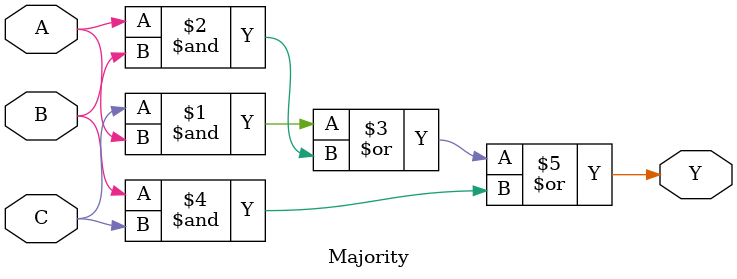
<source format=v>
  	                                            		
module Majority (A, B, C, Y);

input A, B, C;

output Y;

// student code here

assign Y = C&A|A&B|B&C;

endmodule // Majority 
</source>
